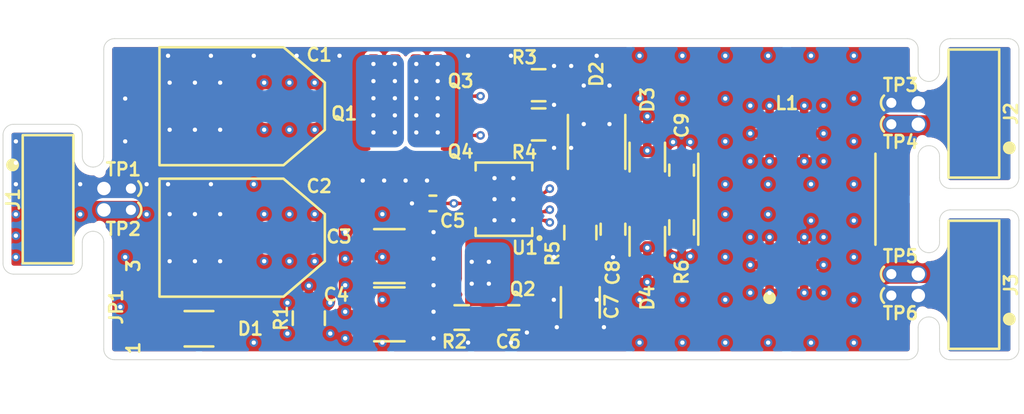
<source format=kicad_pcb>
(kicad_pcb (version 20241229) (generator "pcbnew") (generator_version "9.0")
  (layers (0 "F.Cu" signal) (4 "In1.Cu" power) (6 "In2.Cu" power) (2 "B.Cu" signal) (13 "F.Paste" user) (15 "B.Paste" user) (5 "F.SilkS" user "F.Silkscreen") (7 "B.SilkS" user "B.Silkscreen") (1 "F.Mask" user) (3 "B.Mask" user) (25 "Edge.Cuts" user))
  (net 0 "")
  (net 1 "/POWER_N")
  (net 2 "/BULK_OUT")
  (net 3 "GND")
  (net 4 "Net-(C2-Pad1)")
  (net 5 "/POWER_P")
  (net 6 "/LGATE1")
  (net 7 "/LGATE2")
  (net 8 "Net-(C7-Pad1)")
  (net 9 "/SCCP")
  (net 10 "Net-(C9-Pad1)")
  (net 11 "Net-(Q2-S)")
  (net 12 "Net-(Q3-S)")
  (net 13 "Net-(Q4-G)")
  (net 15 "/IN")
  (net 16 "/OUT")
  (net 17 "/STBY")
  (net 18 "/POWER_IN_P")
  (net 19 "/POWER_IN_N")
  (net 20 "Net-(JP2-A)")
  (net 21 "/OUT_SELECTED")
  (footprint "diode_footprints:SOD128" (layer "F.Cu") (at 160.016347 101.757369 90)
    (property "Reference" "D2")
    (property "Value" "58 V")
  )
  (footprint "mouse_bite_footprints:mouse-bite-midle-50mil-200mil" (layer "F.Cu") (at 179.705 100.076 -90)
    (property "Reference" "MB2" (hide yes))
    (property "Value" "mouse-bite-midle-50mil-200mil" (hide yes))
  )
  (footprint "transistor_footprints:SOT-323" (layer "F.Cu") (at 153.324837 101.371257 90)
    (property "Reference" "Q4")
    (property "Value" "100 V")
  )
  (footprint "resistor_footprints:R_0603_1608Metric" (layer "F.Cu") (at 152.021357 112.178147)
    (property "Reference" "R2")
    (property "Value" "100 Ω")
  )
  (footprint "test_point_footprints:TestPoint_THTPad_Castelated" (layer "F.Cu") (at 130.820677 104.523139)
    (property "Reference" "TP1")
    (property "Value" "TestPoint" (hide yes))
  )
  (footprint "test_point_footprints:TestPoint_THTPad_Castelated" (layer "F.Cu") (at 179.080477 110.871 180)
    (property "Reference" "TP6")
    (property "Value" "TestPoint" (hide yes))
  )
  (footprint "capacitor_footprints:C_1206_3216Metric" (layer "F.Cu") (at 159.052662 111.275177 -90)
    (property "Reference" "C7")
    (property "Value" "150 nF")
  )
  (footprint "test_point_footprints:TestPoint_THTPad_Castelated" (layer "F.Cu") (at 179.080477 99.441 180)
    (property "Reference" "TP3")
    (property "Value" "TestPoint" (hide yes))
  )
  (footprint "mouse_bite_footprints:mouse-bite-midle-50mil-200mil" (layer "F.Cu") (at 179.705 110.236 -90)
    (property "Reference" "MB3" (hide yes))
    (property "Value" "mouse-bite-midle-50mil-200mil" (hide yes))
  )
  (footprint "connector_footprints:FW-02-03-G-D-085-155" (layer "F.Cu") (at 182.372 100.076 180)
    (property "Reference" "J2")
    (property "Value" "FW-02-03-G-D-085-155")
  )
  (footprint "coupled_inductor_footprints:MSD1048" (layer "F.Cu") (at 171.289027 105.157369 90)
    (property "Reference" "L1")
    (property "Value" "68.0 µH")
  )
  (footprint "capacitor_footprints:C_0603_1608Metric" (layer "F.Cu") (at 160.987327 106.937369 -90)
    (property "Reference" "C8")
    (property "Value" "47 nF")
  )
  (footprint "no_components_footprints:Fiducial_0.5mm_Mask1mm" (layer "F.Cu") (at 177.8 96.901)
    (property "Reference" "FID2" (hide yes))
    (property "Value" "Fiducial")
  )
  (footprint "resistor_footprints:R_0805_2012Metric" (layer "F.Cu") (at 156.581582 100.721257)
    (property "Reference" "R4")
    (property "Value" "3.3 Ω")
  )
  (footprint "connector_footprints:FW-02-03-G-D-085-155" (layer "F.Cu") (at 127.508037 105.158139)
    (property "Reference" "J1")
    (property "Value" "FW-02-03-G-D-085-155")
  )
  (footprint "resistor_footprints:R_0805_2012Metric" (layer "F.Cu") (at 159.052662 107.137369 -90)
    (property "Reference" "R5")
    (property "Value" "40.2 Ω")
  )
  (footprint "capacitor_footprints:C_0603_1608Metric" (layer "F.Cu") (at 165.054447 103.432369 90)
    (property "Reference" "C9")
    (property "Value" "47 nF")
  )
  (footprint "connector_footprints:FW-02-03-G-D-085-155" (layer "F.Cu") (at 182.372 110.236 180)
    (property "Reference" "J3")
    (property "Value" "FW-02-03-G-D-085-155")
  )
  (footprint "capacitor_footprints:C_0402_1005Metric" (layer "F.Cu") (at 150.314957 105.406315 180)
    (property "Reference" "C5")
    (property "Value" "2.2 µF")
  )
  (footprint "resistor_footprints:R_0805_2012Metric" (layer "F.Cu") (at 142.962331 112.21547 90)
    (property "Reference" "R1")
    (property "Value" "3.3 Ω")
  )
  (footprint "no_components_footprints:Fiducial_0.5mm_Mask1mm" (layer "F.Cu") (at 177.8 113.411)
    (property "Reference" "FID3" (hide yes))
    (property "Value" "Fiducial")
  )
  (footprint "no_components_footprints:Fiducial_0.5mm_Mask1mm" (layer "F.Cu") (at 132.08 96.901)
    (property "Reference" "FID1" (hide yes))
    (property "Value" "Fiducial")
  )
  (footprint "mouse_bite_footprints:mouse-bite-midle-50mil-200mil" (layer "F.Cu") (at 130.175317 105.158139 90)
    (property "Reference" "MB1" (hide yes))
    (property "Value" "mouse-bite-midle-50mil-200mil" (hide yes))
  )
  (footprint "resistor_footprints:R_0805_2012Metric" (layer "F.Cu") (at 156.581582 98.393877)
    (property "Reference" "R3")
    (property "Value" "3.3 Ω")
  )
  (footprint "diode_footprints:SOD123W" (layer "F.Cu") (at 136.45388 112.84458)
    (property "Reference" "D1")
    (property "Value" "100.0 V")
  )
  (footprint "test_point_footprints:TestPoint_THTPad_Castelated" (layer "F.Cu") (at 130.820677 105.793139)
    (property "Reference" "TP2")
    (property "Value" "TestPoint" (hide yes))
  )
  (footprint "transistor_footprints:LFPAK33-8" (layer "F.Cu") (at 152.731357 109.521187)
    (property "Reference" "Q2")
    (property "Value" "100.0 V")
  )
  (footprint "test_point_footprints:TestPoint_THTPad_Castelated" (layer "F.Cu") (at 179.080477 100.711 180)
    (property "Reference" "TP4")
    (property "Value" "TestPoint" (hide yes))
  )
  (footprint "resistor_footprints:R_0603_1608Metric" (layer "F.Cu") (at 165.054447 106.832369 90)
    (property "Reference" "R6")
    (property "Value" "100 Ω")
  )
  (footprint "capacitor_footprints:C_1210_200_3225Metric" (layer "F.Cu") (at 147.735077 108.533755)
    (property "Reference" "C3")
    (property "Value" "4.7 µF")
  )
  (footprint "transistor_footprints:SOT-323" (layer "F.Cu") (at 153.324837 99.043877 90)
    (property "Reference" "Q3")
    (property "Value" "100 V")
  )
  (footprint "capacitor_footprints:C_023x0248_5_9x6_3Metric" (layer "F.Cu") (at 139.011977 107.439389 180)
    (property "Reference" "C2")
    (property "Value" "22 µF")
  )
  (footprint "solder_jumper_footprints:SolderJumper-3_P1.3mm_Bridged_1_2_RoundedPad1.0x1.5mm_NumberLabels" (layer "F.Cu") (at 133.06044 111.54458 90)
    (property "Reference" "JP1")
    (property "Value" "SolderJumper_3_Open")
  )
  (footprint "diode_footprints:SOD123W" (layer "F.Cu") (at 163.019947 102.657369 90)
    (property "Reference" "D3")
    (property "Value" "100.0 V")
  )
  (footprint "analog_devices_footprints:05-08-1695_ADI" (layer "F.Cu") (at 154.523757 105.156314 180)
    (property "Reference" "U1")
    (property "Value" "LTC9111RDE-PBF")
  )
  (footprint "test_point_footprints:TestPoint_THTPad_Castelated" (layer "F.Cu") (at 179.080477 109.601 180)
    (property "Reference" "TP5")
    (property "Value" "TestPoint" (hide yes))
  )
  (footprint "capacitor_footprints:C_1210_200_3225Metric" (layer "F.Cu") (at 147.735077 111.986885)
    (property "Reference" "C4")
    (property "Value" "4.7 µF")
  )
  (footprint "capacitor_footprints:C_023x0248_5_9x6_3Metric" (layer "F.Cu") (at 139.011977 99.639389 180)
    (property "Reference" "C1")
    (property "Value" "22 µF")
  )
  (footprint "diode_footprints:SOD123W" (layer "F.Cu") (at 163.019947 107.657369 -90)
    (property "Reference" "D4")
    (property "Value" "100.0 V")
  )
  (footprint "transistor_footprints:LFPAK56D-8" (layer "F.Cu") (at 148.695937 100.084135 90)
    (property "Reference" "Q1")
    (property "Value" "100 V")
  )
  (footprint "capacitor_footprints:C_0603_1608Metric" (layer "F.Cu") (at 155.109197 112.178147)
    (property "Reference" "C6")
    (property "Value" "22 nF")
  )
  (gr_line (start 129.54 101.346) (end 129.54 102.616) (stroke (width 0.05)) (layer "Edge.Cuts"))
  (gr_arc (start 131.445 114.681) (mid 130.995987 114.495013) (end 130.81 114.046) (stroke (width 0.05)) (layer "Edge.Cuts"))
  (gr_arc (start 180.975 104.521) (mid 180.525987 104.335013) (end 180.34 103.886) (stroke (width 0.05)) (layer "Edge.Cuts"))
  (gr_line (start 180.34 106.426) (end 180.34 107.696) (stroke (width 0.05)) (layer "Edge.Cuts"))
  (gr_line (start 185.039 114.046) (end 185.039 106.426) (stroke (width 0.05)) (layer "Edge.Cuts"))
  (gr_line (start 180.975 95.631) (end 184.404 95.631) (stroke (width 0.05)) (layer "Edge.Cuts"))
  (gr_line (start 131.445 95.631) (end 178.435 95.631) (stroke (width 0.05)) (layer "Edge.Cuts"))
  (gr_arc (start 125.476 109.601) (mid 125.026987 109.415013) (end 124.841 108.966) (stroke (width 0.05)) (layer "Edge.Cuts"))
  (gr_line (start 179.07 107.696) (end 179.07 102.616) (stroke (width 0.05)) (layer "Edge.Cuts"))
  (gr_arc (start 184.404 95.631) (mid 184.853013 95.816987) (end 185.039 96.266) (stroke (width 0.05)) (layer "Edge.Cuts"))
  (gr_line (start 179.07 97.536) (end 179.07 96.266) (stroke (width 0.05)) (layer "Edge.Cuts"))
  (gr_arc (start 129.54 107.696) (mid 129.725987 107.246987) (end 130.175 107.061) (stroke (width 0.05)) (layer "Edge.Cuts"))
  (gr_arc (start 179.07 112.776) (mid 179.255987 112.326987) (end 179.705 112.141) (stroke (width 0.05)) (layer "Edge.Cuts"))
  (gr_line (start 180.34 102.616) (end 180.34 103.886) (stroke (width 0.05)) (layer "Edge.Cuts"))
  (gr_line (start 129.54 108.966) (end 129.54 107.696) (stroke (width 0.05)) (layer "Edge.Cuts"))
  (gr_arc (start 124.841 101.346) (mid 125.026987 100.896987) (end 125.476 100.711) (stroke (width 0.05)) (layer "Edge.Cuts"))
  (gr_arc (start 179.705 98.171) (mid 179.255987 97.985013) (end 179.07 97.536) (stroke (width 0.05)) (layer "Edge.Cuts"))
  (gr_arc (start 180.34 107.696) (mid 180.154013 108.145013) (end 179.705 108.331) (stroke (width 0.05)) (layer "Edge.Cuts"))
  (gr_arc (start 185.039 114.046) (mid 184.853013 114.495013) (end 184.404 114.681) (stroke (width 0.05)) (layer "Edge.Cuts"))
  (gr_arc (start 184.404 105.791) (mid 184.853013 105.976987) (end 185.039 106.426) (stroke (width 0.05)) (layer "Edge.Cuts"))
  (gr_arc (start 128.905 100.711) (mid 129.354013 100.896987) (end 129.54 101.346) (stroke (width 0.05)) (layer "Edge.Cuts"))
  (gr_line (start 185.039 96.266) (end 185.039 103.886) (stroke (width 0.05)) (layer "Edge.Cuts"))
  (gr_line (start 184.404 105.791) (end 180.975 105.791) (stroke (width 0.05)) (layer "Edge.Cuts"))
  (gr_arc (start 129.54 108.966) (mid 129.354013 109.415013) (end 128.905 109.601) (stroke (width 0.05)) (layer "Edge.Cuts"))
  (gr_line (start 128.905 109.601) (end 125.476 109.601) (stroke (width 0.05)) (layer "Edge.Cuts"))
  (gr_line (start 178.435 114.681) (end 131.445 114.681) (stroke (width 0.05)) (layer "Edge.Cuts"))
  (gr_arc (start 180.34 96.266) (mid 180.525987 95.816987) (end 180.975 95.631) (stroke (width 0.05)) (layer "Edge.Cuts"))
  (gr_arc (start 130.81 102.616) (mid 130.624013 103.065013) (end 130.175 103.251) (stroke (width 0.05)) (layer "Edge.Cuts"))
  (gr_arc (start 130.175 103.251) (mid 129.725987 103.065013) (end 129.54 102.616) (stroke (width 0.05)) (layer "Edge.Cuts"))
  (gr_line (start 180.975 114.681) (end 184.404 114.681) (stroke (width 0.05)) (layer "Edge.Cuts"))
  (gr_arc (start 180.975 114.681) (mid 180.525987 114.495013) (end 180.34 114.046) (stroke (width 0.05)) (layer "Edge.Cuts"))
  (gr_arc (start 179.705 112.141) (mid 180.154013 112.326987) (end 180.34 112.776) (stroke (width 0.05)) (layer "Edge.Cuts"))
  (gr_arc (start 180.34 97.536) (mid 180.154013 97.985013) (end 179.705 98.171) (stroke (width 0.05)) (layer "Edge.Cuts"))
  (gr_line (start 125.476 100.711) (end 128.905 100.711) (stroke (width 0.05)) (layer "Edge.Cuts"))
  (gr_arc (start 180.34 106.426) (mid 180.525987 105.976987) (end 180.975 105.791) (stroke (width 0.05)) (layer "Edge.Cuts"))
  (gr_line (start 130.81 102.616) (end 130.81 96.266) (stroke (width 0.05)) (layer "Edge.Cuts"))
  (gr_line (start 179.07 112.776) (end 179.07 114.046) (stroke (width 0.05)) (layer "Edge.Cuts"))
  (gr_arc (start 185.039 103.886) (mid 184.853013 104.335013) (end 184.404 104.521) (stroke (width 0.05)) (layer "Edge.Cuts"))
  (gr_arc (start 179.705 101.981) (mid 180.154013 102.166987) (end 180.34 102.616) (stroke (width 0.05)) (layer "Edge.Cuts"))
  (gr_arc (start 179.07 102.616) (mid 179.255987 102.166987) (end 179.705 101.981) (stroke (width 0.05)) (layer "Edge.Cuts"))
  (gr_arc (start 130.175 107.061) (mid 130.624013 107.246987) (end 130.81 107.696) (stroke (width 0.05)) (layer "Edge.Cuts"))
  (gr_arc (start 179.705 108.331) (mid 179.255987 108.145013) (end 179.07 107.696) (stroke (width 0.05)) (layer "Edge.Cuts"))
  (gr_arc (start 179.07 114.046) (mid 178.884013 114.495013) (end 178.435 114.681) (stroke (width 0.05)) (layer "Edge.Cuts"))
  (gr_line (start 180.34 97.536) (end 180.34 96.266) (stroke (width 0.05)) (layer "Edge.Cuts"))
  (gr_line (start 124.841 108.966) (end 124.841 101.346) (stroke (width 0.05)) (layer "Edge.Cuts"))
  (gr_line (start 184.404 104.521) (end 180.975 104.521) (stroke (width 0.05)) (layer "Edge.Cuts"))
  (gr_arc (start 130.81 96.266) (mid 130.995987 95.816987) (end 131.445 95.631) (stroke (width 0.05)) (layer "Edge.Cuts"))
  (gr_line (start 130.81 107.696) (end 130.81 114.046) (stroke (width 0.05)) (layer "Edge.Cuts"))
  (gr_arc (start 178.435 95.631) (mid 178.884013 95.816987) (end 179.07 96.266) (stroke (width 0.05)) (layer "Edge.Cuts"))
  (gr_line (start 180.34 112.776) (end 180.34 114.046) (stroke (width 0.05)) (layer "Edge.Cuts"))
  (segment (start 157.114556 105.906316) (end 157.241557 105.779315) (width 0.1778) (layer "F.Cu") (net 1))
  (segment (start 155.971557 105.906316) (end 157.114556 105.906316) (width 0.1778) (layer "F.Cu") (net 1))
  (segment (start 152.374837 99.043877) (end 153.136837 99.043877) (width 0.1778) (layer "F.Cu") (net 1))
  (via (at 150.600937 100.182135) (size 0.508) (drill 0.254) (layers "F.Cu" "B.Cu") (net 1))
  (via (at 150.600937 101.198135) (size 0.508) (drill 0.254) (layers "F.Cu" "B.Cu") (net 1))
  (via (at 149.330937 101.198135) (size 0.508) (drill 0.254) (layers "F.Cu" "B.Cu") (net 1))
  (via (at 149.330937 97.134135) (size 0.508) (drill 0.254) (layers "F.Cu" "B.Cu") (net 1))
  (via (at 167.64 101.727) (size 0.508) (drill 0.254) (layers "F.Cu" "B.Cu") (net 1))
  (via (at 150.600937 97.134135) (size 0.508) (drill 0.254) (layers "F.Cu" "B.Cu") (net 1))
  (via (at 170.264027 99.606369) (size 0.508) (drill 0.254) (layers "F.Cu" "B.Cu") (net 1))
  (via (at 149.330937 98.150135) (size 0.508) (drill 0.254) (layers "F.Cu" "B.Cu") (net 1))
  (via (at 157.241557 105.779315) (size 0.508) (drill 0.254) (layers "F.Cu" "B.Cu") (net 1))
  (via (at 169.121027 99.606369) (size 0.508) (drill 0.254) (layers "F.Cu" "B.Cu") (net 1))
  (via (at 163.019947 100.241369) (size 0.508) (drill 0.254) (layers "F.Cu" "B.Cu") (net 1))
  (via (at 165.1 99.187) (size 0.508) (drill 0.254) (layers "F.Cu" "B.Cu") (net 1))
  (via (at 169.121027 101.257369) (size 0.508) (drill 0.254) (layers "F.Cu" "B.Cu") (net 1))
  (via (at 170.18 104.267) (size 0.508) (drill 0.254) (layers "F.Cu" "B.Cu") (net 1))
  (via (at 167.64 99.187) (size 0.508) (drill 0.254) (layers "F.Cu" "B.Cu") (net 1))
  (via (at 162.56 96.647) (size 0.508) (drill 0.254) (layers "F.Cu" "B.Cu") (net 1))
  (via (at 153.136837 99.043877) (size 0.508) (drill 0.254) (layers "F.Cu" "B.Cu") (net 1))
  (via (at 150.600937 99.166135) (size 0.508) (drill 0.254) (layers "F.Cu" "B.Cu") (net 1))
  (via (at 164.546447 101.768369) (size 0.508) (drill 0.254) (layers "F.Cu" "B.Cu") (net 1))
  (via (at 165.1 96.647) (size 0.508) (drill 0.254) (layers "F.Cu" "B.Cu") (net 1))
  (via (at 170.264027 102.908369) (size 0.508) (drill 0.254) (layers "F.Cu" "B.Cu") (net 1))
  (via (at 167.64 96.647) (size 0.508) (drill 0.254) (layers "F.Cu" "B.Cu") (net 1))
  (via (at 170.18 96.647) (size 0.508) (drill 0.254) (layers "F.Cu" "B.Cu") (net 1))
  (via (at 162.56 99.187) (size 0.508) (drill 0.254) (layers "F.Cu" "B.Cu") (net 1))
  (via (at 165.562447 101.768369) (size 0.508) (drill 0.254) (layers "F.Cu" "B.Cu") (net 1))
  (via (at 167.64 104.267) (size 0.508) (drill 0.254) (layers "F.Cu" "B.Cu") (net 1))
  (via (at 149.330937 100.182135) (size 0.508) (drill 0.254) (layers "F.Cu" "B.Cu") (net 1))
  (via (at 163.019947 102.273369) (size 0.508) (drill 0.254) (layers "F.Cu" "B.Cu") (net 1))
  (via (at 150.600937 98.150135) (size 0.508) (drill 0.254) (layers "F.Cu" "B.Cu") (net 1))
  (via (at 149.330937 99.166135) (size 0.508) (drill 0.254) (layers "F.Cu" "B.Cu") (net 1))
  (via (at 169.121027 102.908369) (size 0.508) (drill 0.254) (layers "F.Cu" "B.Cu") (net 1))
  (via (at 140.315977 108.836389) (size 0.508) (drill 0.254) (layers "F.Cu" "B.Cu") (net 2))
  (via (at 140.315977 101.036389) (size 0.508) (drill 0.254) (layers "F.Cu" "B.Cu") (net 2))
  (via (at 142.962331 110.28747) (size 0.508) (drill 0.254) (layers "F.Cu" "B.Cu") (net 2))
  (via (at 143.307976 101.036389) (size 0.508) (drill 0.254) (layers "F.Cu" "B.Cu") (net 2))
  (via (at 141.811977 106.042389) (size 0.508) (drill 0.254) (layers "F.Cu" "B.Cu") (net 2))
  (via (at 141.811977 101.036389) (size 0.508) (drill 0.254) (layers "F.Cu" "B.Cu") (net 2))
  (via (at 140.315977 106.042389) (size 0.508) (drill 0.254) (layers "F.Cu" "B.Cu") (net 2))
  (via (at 141.811977 98.242389) (size 0.508) (drill 0.254) (layers "F.Cu" "B.Cu") (net 2))
  (via (at 140.315977 98.242389) (size 0.508) (drill 0.254) (layers "F.Cu" "B.Cu") (net 2))
  (via (at 143.307976 106.042389) (size 0.508) (drill 0.254) (layers "F.Cu" "B.Cu") (net 2))
  (via (at 143.307976 108.836389) (size 0.508) (drill 0.254) (layers "F.Cu" "B.Cu") (net 2))
  (via (at 144.232331 111.30347) (size 0.508) (drill 0.254) (layers "F.Cu" "B.Cu") (net 2))
  (via (at 141.692331 111.30347) (size 0.508) (drill 0.254) (layers "F.Cu" "B.Cu") (net 2))
  (via (at 141.811977 108.836389) (size 0.508) (drill 0.254) (layers "F.Cu" "B.Cu") (net 2))
  (via (at 139.7 104.267) (size 0.508) (drill 0.254) (layers "F.Cu" "B.Cu") (net 2))
  (via (at 143.307976 98.242389) (size 0.508) (drill 0.254) (layers "F.Cu" "B.Cu") (net 2))
  (segment (start 155.884197 112.178147) (end 155.884197 113.067147) (width 0.1778) (layer "F.Cu") (net 3))
  (segment (start 149.834957 105.406315) (end 149.072957 105.406315) (width 0.1778) (layer "F.Cu") (net 3))
  (segment (start 159.052662 112.750177) (end 157.656662 112.750177) (width 0.1778) (layer "F.Cu") (net 3))
  (segment (start 160.987327 107.712369) (end 160.987327 108.601369) (width 0.1778) (layer "F.Cu") (net 3))
  (segment (start 159.052662 112.750177) (end 160.449662 112.750177) (width 0.1778) (layer "F.Cu") (net 3))
  (via (at 137.707976 106.042389) (size 0.508) (drill 0.254) (layers "F.Cu" "B.Cu") (net 3))
  (via (at 134.715977 106.042389) (size 0.508) (drill 0.254) (layers "F.Cu" "B.Cu") (net 3))
  (via (at 152.4 96.647) (size 0.508) (drill 0.254) (layers "F.Cu" "B.Cu") (net 3))
  (via (at 125.603 104.267) (size 0.508) (drill 0.254) (layers "F.Cu" "B.Cu") (net 3))
  (via (at 154.94 113.665) (size 0.508) (drill 0.254) (layers "F.Cu" "B.Cu") (net 3))
  (via (at 153.964957 103.906315) (size 0.508) (drill 0.254) (layers "F.Cu" "B.Cu") (net 3))
  (via (at 139.7 96.647) (size 0.508) (drill 0.254) (layers "F.Cu" "B.Cu") (net 3))
  (via (at 134.715977 98.242389) (size 0.508) (drill 0.254) (layers "F.Cu" "B.Cu") (net 3))
  (via (at 134.62 104.267) (size 0.508) (drill 0.254) (layers "F.Cu" "B.Cu") (net 3))
  (via (at 149.965938 104.050135) (size 0.508) (drill 0.254) (layers "F.Cu" "B.Cu") (net 3))
  (via (at 144.78 96.647) (size 0.508) (drill 0.254) (layers "F.Cu" "B.Cu") (net 3))
  (via (at 160.02 96.647) (size 0.508) (drill 0.254) (layers "F.Cu" "B.Cu") (net 3))
  (via (at 150.353077 113.409084) (size 0.508) (drill 0.254) (layers "F.Cu" "B.Cu") (net 3))
  (via (at 150.353077 107.111555) (size 0.508) (drill 0.254) (layers "F.Cu" "B.Cu") (net 3))
  (via (at 136.211977 98.242389) (size 0.508) (drill 0.254) (layers "F.Cu" "B.Cu") (net 3))
  (via (at 125.603 102.997) (size 0.508) (drill 0.254) (layers "F.Cu" "B.Cu") (net 3))
  (via (at 132.08 101.727) (size 0.508) (drill 0.254) (layers "F.Cu" "B.Cu") (net 3))
  (via (at 133.35 104.267) (size 0.508) (drill 0.254) (layers "F.Cu" "B.Cu") (net 3))
  (via (at 136.211977 108.836389) (size 0.508) (drill 0.254) (layers "F.Cu" "B.Cu") (net 3))
  (via (at 125.603 101.727) (size 0.508) (drill 0.254) (layers "F.Cu" "B.Cu") (net 3))
  (via (at 155.082557 103.906315) (size 0.508) (drill 0.254) (layers "F.Cu" "B.Cu") (net 3))
  (via (at 150.353077 110.260319) (size 0.508) (drill 0.254) (layers "F.Cu" "B.Cu") (net 3))
  (via (at 157.656662 112.750177) (size 0.508) (drill 0.254) (layers "F.Cu" "B.Cu") (net 3))
  (via (at 154.94 96.647) (size 0.508) (drill 0.254) (layers "F.Cu" "B.Cu") (net 3))
  (via (at 160.02 111.125) (size 0.508) (drill 0.254) (layers "F.Cu" "B.Cu") (net 3))
  (via (at 136.211977 101.036389) (size 0.508) (drill 0.254) (layers "F.Cu" "B.Cu") (net 3))
  (via (at 157.48 108.585) (size 0.508) (drill 0.254) (layers "F.Cu" "B.Cu") (net 3))
  (via (at 150.353077 108.685937) (size 0.508) (drill 0.254) (layers "F.Cu" "B.Cu") (net 3))
  (via (at 136.211977 106.042389) (size 0.508) (drill 0.254) (layers "F.Cu" "B.Cu") (net 3))
  (via (at 137.16 104.267) (size 0.508) (drill 0.254) (layers "F.Cu" "B.Cu") (net 3))
  (via (at 157.493582 99.557566) (size 0.508) (drill 0.254) (layers "F.Cu" "B.Cu") (net 3))
  (via (at 159.254347 98.414369) (size 0.508) (drill 0.254) (layers "F.Cu" "B.Cu") (net 3))
  (via (at 148.695938 104.050135) (size 0.508) (drill 0.254) (layers "F.Cu" "B.Cu") (net 3))
  (via (at 137.707976 101.036389) (size 0.508) (drill 0.254) (layers "F.Cu" "B.Cu") (net 3))
  (via (at 137.707976 98.242389) (size 0.508) (drill 0.254) (layers "F.Cu" "B.Cu") (net 3))
  (via (at 134.715977 101.036389) (size 0.508) (drill 0.254) (layers "F.Cu" "B.Cu") (net 3))
  (via (at 155.082557 106.406315) (size 0.508) (drill 0.254) (layers "F.Cu" "B.Cu") (net 3))
  (via (at 142.24 96.647) (size 0.508) (drill 0.254) (layers "F.Cu" "B.Cu") (net 3))
  (via (at 155.884197 113.067147) (size 0.508) (drill 0.254) (layers "F.Cu" "B.Cu") (net 3))
  (via (at 146.159185 104.050842) (size 0.508) (drill 0.254) (layers "F.Cu" "B.Cu") (net 3))
  (via (at 129.413 104.267) (size 0.508) (drill 0.254) (layers "F.Cu" "B.Cu") (net 3))
  (via (at 147.425938 104.050135) (size 0.508) (drill 0.254) (layers "F.Cu" "B.Cu") (net 3))
  (via (at 137.16 96.647) (size 0.508) (drill 0.254) (layers "F.Cu" "B.Cu") (net 3))
  (via (at 157.48 111.125) (size 0.508) (drill 0.254) (layers "F.Cu" "B.Cu") (net 3))
  (via (at 153.964957 105.156315) (size 0.508) (drill 0.254) (layers "F.Cu" "B.Cu") (net 3))
  (via (at 134.715977 108.836389) (size 0.508) (drill 0.254) (layers "F.Cu" "B.Cu") (net 3))
  (via (at 134.62 96.647) (size 0.508) (drill 0.254) (layers "F.Cu" "B.Cu") (net 3))
  (via (at 159.254347 100.700369) (size 0.508) (drill 0.254) (layers "F.Cu" "B.Cu") (net 3))
  (via (at 160.987327 108.601369) (size 0.508) (drill 0.254) (layers "F.Cu" "B.Cu") (net 3))
  (via (at 152.4 113.665) (size 0.508) (drill 0.254) (layers "F.Cu" "B.Cu") (net 3))
  (via (at 157.493582 97.250877) (size 0.508) (drill 0.254) (layers "F.Cu" "B.Cu") (net 3))
  (via (at 158.506477 102.110637) (size 0.508) (drill 0.254) (layers "F.Cu" "B.Cu") (net 3))
  (via (at 150.353077 111.834701) (size 0.508) (drill 0.254) (layers "F.Cu" "B.Cu") (net 3))
  (via (at 155.082557 105.156315) (size 0.508) (drill 0.254) (layers "F.Cu" "B.Cu") (net 3))
  (via (at 137.707976 108.836389) (size 0.508) (drill 0.254) (layers "F.Cu" "B.Cu") (net 3))
  (via (at 160.778347 98.414369) (size 0.508) (drill 0.254) (layers "F.Cu" "B.Cu") (net 3))
  (via (at 158.509582 97.250877) (size 0.508) (drill 0.254) (layers "F.Cu" "B.Cu") (net 3))
  (via (at 160.449662 112.750177) (size 0.508) (drill 0.254) (layers "F.Cu" "B.Cu") (net 3))
  (via (at 153.964957 106.406315) (size 0.508) (drill 0.254) (layers "F.Cu" "B.Cu") (net 3))
  (via (at 157.493582 102.110637) (size 0.508) (drill 0.254) (layers "F.Cu" "B.Cu") (net 3))
  (via (at 149.072957 105.406315) (size 0.508) (drill 0.254) (layers "F.Cu" "B.Cu") (net 3))
  (via (at 132.08 99.187) (size 0.508) (drill 0.254) (layers "F.Cu" "B.Cu") (net 3))
  (via (at 160.778347 100.700369) (size 0.508) (drill 0.254) (layers "F.Cu" "B.Cu") (net 3))
  (segment (start 165.054447 106.007369) (end 165.054447 104.207369) (width 0.1778) (layer "F.Cu") (net 4))
  (segment (start 152.374837 101.371257) (end 153.136837 101.371257) (width 0.1778) (layer "F.Cu") (net 5))
  (segment (start 155.971557 106.406315) (end 157.114557 106.406315) (width 0.1778) (layer "F.Cu") (net 5))
  (segment (start 157.114557 106.406315) (end 157.241557 106.533315) (width 0.1778) (layer "F.Cu") (net 5))
  (via (at 169.121027 110.708369) (size 0.508) (drill 0.254) (layers "F.Cu" "B.Cu") (net 5))
  (via (at 167.64 106.052139) (size 0.508) (drill 0.254) (layers "F.Cu" "B.Cu") (net 5))
  (via (at 167.64 113.665) (size 0.508) (drill 0.254) (layers "F.Cu" "B.Cu") (net 5))
  (via (at 163.019947 108.041369) (size 0.508) (drill 0.254) (layers "F.Cu" "B.Cu") (net 5))
  (via (at 170.264027 110.708369) (size 0.508) (drill 0.254) (layers "F.Cu" "B.Cu") (net 5))
  (via (at 167.64 111.125) (size 0.508) (drill 0.254) (layers "F.Cu" "B.Cu") (net 5))
  (via (at 170.18 106.052139) (size 0.508) (drill 0.254) (layers "F.Cu" "B.Cu") (net 5))
  (via (at 146.790937 100.182135) (size 0.508) (drill 0.254) (layers "F.Cu" "B.Cu") (net 5))
  (via (at 162.56 111.125) (size 0.508) (drill 0.254) (layers "F.Cu" "B.Cu") (net 5))
  (via (at 165.1 111.125) (size 0.508) (drill 0.254) (layers "F.Cu" "B.Cu") (net 5))
  (via (at 146.790937 98.150135) (size 0.508) (drill 0.254) (layers "F.Cu" "B.Cu") (net 5))
  (via (at 170.18 113.665) (size 0.508) (drill 0.254) (layers "F.Cu" "B.Cu") (net 5))
  (via (at 169.121027 109.057369) (size 0.508) (drill 0.254) (layers "F.Cu" "B.Cu") (net 5))
  (via (at 153.136837 101.371257) (size 0.508) (drill 0.254) (layers "F.Cu" "B.Cu") (net 5))
  (via (at 148.060937 98.150135) (size 0.508) (drill 0.254) (layers "F.Cu" "B.Cu") (net 5))
  (via (at 165.562447 108.546369) (size 0.508) (drill 0.254) (layers "F.Cu" "B.Cu") (net 5))
  (via (at 162.56 113.665) (size 0.508) (drill 0.254) (layers "F.Cu" "B.Cu") (net 5))
  (via (at 163.019947 110.073369) (size 0.508) (drill 0.254) (layers "F.Cu" "B.Cu") (net 5))
  (via (at 167.64 108.585) (size 0.508) (drill 0.254) (layers "F.Cu" "B.Cu") (net 5))
  (via (at 148.060937 97.134135) (size 0.508) (drill 0.254) (layers "F.Cu" "B.Cu") (net 5))
  (via (at 148.060937 100.182135) (size 0.508) (drill 0.254) (layers "F.Cu" "B.Cu") (net 5))
  (via (at 169.121027 107.406369) (size 0.508) (drill 0.254) (layers "F.Cu" "B.Cu") (net 5))
  (via (at 157.241557 106.533315) (size 0.508) (drill 0.254) (layers "F.Cu" "B.Cu") (net 5))
  (via (at 146.790937 99.166135) (size 0.508) (drill 0.254) (layers "F.Cu" "B.Cu") (net 5))
  (via (at 146.790937 97.134135) (size 0.508) (drill 0.254) (layers "F.Cu" "B.Cu") (net 5))
  (via (at 164.546447 108.546369) (size 0.508) (drill 0.254) (layers "F.Cu" "B.Cu") (net 5))
  (via (at 148.060937 101.198135) (size 0.508) (drill 0.254) (layers "F.Cu" "B.Cu") (net 5))
  (via (at 165.1 113.665) (size 0.508) (drill 0.254) (layers "F.Cu" "B.Cu") (net 5))
  (via (at 146.790937 101.198135) (size 0.508) (drill 0.254) (layers "F.Cu" "B.Cu") (net 5))
  (via (at 170.264027 107.406369) (size 0.508) (drill 0.254) (layers "F.Cu" "B.Cu") (net 5))
  (via (at 148.060937 99.166135) (size 0.508) (drill 0.254) (layers "F.Cu" "B.Cu") (net 5))
  (segment (start 148.273887 104.448727) (end 148.209727 104.384567) (width 0.1778) (layer "F.Cu") (net 6))
  (segment (start 151.234857 104.597517) (end 148.633097 104.597517) (width 0.1778) (layer "F.Cu") (net 6))
  (segment (start 151.605284 104.757524) (end 151.594067 104.746307) (width 0.1778) (layer "F.Cu") (net 6))
  (segment (start 148.060937 104.025357) (end 148.060937 102.780135) (width 0.1778) (layer "F.Cu") (net 6))
  (segment (start 153.075957 104.906314) (end 151.964494 104.906314) (width 0.1778) (layer "F.Cu") (net 6))
  (arc (start 148.633097 104.597517) (mid 148.438694 104.558848) (end 148.273887 104.448727) (width 0.1778) (layer "F.Cu") (net 6))
  (arc (start 151.964494 104.906314) (mid 151.770091 104.867645) (end 151.605284 104.757524) (width 0.1778) (layer "F.Cu") (net 6))
  (arc (start 151.234857 104.597517) (mid 151.42926 104.636186) (end 151.594067 104.746307) (width 0.1778) (layer "F.Cu") (net 6))
  (arc (start 148.060937 104.025357) (mid 148.099606 104.21976) (end 148.209727 104.384567) (width 0.1778) (layer "F.Cu") (net 6))
  (segment (start 153.075957 104.406313) (end 152.317208 104.406313) (width 0.1778) (layer "F.Cu") (net 7))
  (segment (start 151.729805 104.163003) (end 150.600937 103.034135) (width 0.1778) (layer "F.Cu") (net 7))
  (arc (start 152.317208 104.406313) (mid 151.999308 104.343079) (end 151.729805 104.163003) (width 0.1778) (layer "F.Cu") (net 7))
  (segment (start 159.052662 109.800177) (end 159.052662 108.049369) (width 0.1778) (layer "F.Cu") (net 8))
  (segment (start 153.655077 100.524057) (end 153.655077 101.191077) (width 0.1778) (layer "F.Cu") (net 9))
  (segment (start 153.238684 102.96413) (end 153.187549 103.015265) (width 0.1778) (layer "F.Cu") (net 9))
  (segment (start 154.274837 102.021257) (end 154.274837 102.392462) (width 0.1778) (layer "F.Cu") (net 9))
  (segment (start 154.274837 99.693877) (end 153.803867 100.164847) (width 0.1778) (layer "F.Cu") (net 9))
  (segment (start 154.163244 102.66187) (end 154.084169 102.740945) (width 0.1778) (layer "F.Cu") (net 9))
  (segment (start 153.075957 103.284672) (end 153.075957 103.906314) (width 0.1778) (layer "F.Cu") (net 9))
  (segment (start 153.803867 101.550287) (end 154.274837 102.021257) (width 0.1778) (layer "F.Cu") (net 9))
  (segment (start 153.814762 102.852537) (end 153.508092 102.852537) (width 0.1778) (layer "F.Cu") (net 9))
  (arc (start 153.508092 102.852537) (mid 153.362289 102.881539) (end 153.238684 102.96413) (width 0.1778) (layer "F.Cu") (net 9))
  (arc (start 153.803867 101.550287) (mid 153.693747 101.38548) (end 153.655077 101.191077) (width 0.1778) (layer "F.Cu") (net 9))
  (arc (start 154.274837 102.392462) (mid 154.245835 102.538265) (end 154.163244 102.66187) (width 0.1778) (layer "F.Cu") (net 9))
  (arc (start 153.187549 103.015265) (mid 153.104959 103.13887) (end 153.075957 103.284672) (width 0.1778) (layer "F.Cu") (net 9))
  (arc (start 154.084169 102.740945) (mid 153.960564 102.823535) (end 153.814762 102.852537) (width 0.1778) (layer "F.Cu") (net 9))
  (arc (start 153.655077 100.524057) (mid 153.693746 100.329654) (end 153.803867 100.164847) (width 0.1778) (layer "F.Cu") (net 9))
  (segment (start 152.846357 112.178147) (end 154.334197 112.178147) (width 0.1778) (layer "F.Cu") (net 10))
  (segment (start 154.274837 98.393877) (end 155.669582 98.393877) (width 0.1778) (layer "F.Cu") (net 11))
  (segment (start 154.274837 100.721257) (end 155.669582 100.721257) (width 0.1778) (layer "F.Cu") (net 12))
  (segment (start 152.654869 106.406315) (end 153.075957 106.406315) (width 0.1778) (layer "F.Cu") (net 13))
  (segment (start 151.196357 110.496187) (end 151.293757 110.496187) (width 0.1778) (layer "F.Cu") (net 13))
  (segment (start 152.155558 106.695206) (end 152.295659 106.555105) (width 0.1778) (layer "F.Cu") (net 13))
  (segment (start 151.944657 109.845287) (end 151.944657 107.204364) (width 0.1778) (layer "F.Cu") (net 13))
  (segment (start 151.196357 112.178147) (end 151.196357 110.496187) (width 0.1778) (layer "F.Cu") (net 13))
  (segment (start 151.652967 110.347397) (end 151.795867 110.204497) (width 0.1778) (layer "F.Cu") (net 13))
  (arc (start 152.155558 106.695206) (mid 151.999469 106.92881) (end 151.944657 107.204364) (width 0.1778) (layer "F.Cu") (net 13))
  (arc (start 151.652967 110.347397) (mid 151.48816 110.457517) (end 151.293757 110.496187) (width 0.1778) (layer "F.Cu") (net 13))
  (arc (start 152.295659 106.555105) (mid 152.460466 106.444985) (end 152.654869 106.406315) (width 0.1778) (layer "F.Cu") (net 13))
  (arc (start 151.795867 110.204497) (mid 151.905987 110.03969) (end 151.944657 109.845287) (width 0.1778) (layer "F.Cu") (net 13))
  (via (at 152.615357 108.871187) (size 0.508) (drill 0.254) (layers "F.Cu" "B.Cu") (net 15))
  (via (at 153.631357 110.171187) (size 0.508) (drill 0.254) (layers "F.Cu" "B.Cu") (net 15))
  (via (at 152.615357 110.171187) (size 0.508) (drill 0.254) (layers "F.Cu" "B.Cu") (net 15))
  (via (at 153.631357 108.871187) (size 0.508) (drill 0.254) (layers "F.Cu" "B.Cu") (net 15))
  (via (at 145.117077 110.260319) (size 0.508) (drill 0.254) (layers "F.Cu" "B.Cu") (net 16))
  (via (at 147.32 111.125) (size 0.508) (drill 0.254) (layers "F.Cu" "B.Cu") (net 16))
  (via (at 145.117077 111.834701) (size 0.508) (drill 0.254) (layers "F.Cu" "B.Cu") (net 16))
  (via (at 145.117077 108.685937) (size 0.508) (drill 0.254) (layers "F.Cu" "B.Cu") (net 16))
  (via (at 147.32 106.045) (size 0.508) (drill 0.254) (layers "F.Cu" "B.Cu") (net 16))
  (via (at 145.117077 107.111555) (size 0.508) (drill 0.254) (layers "F.Cu" "B.Cu") (net 16))
  (via (at 139.7 113.665) (size 0.508) (drill 0.254) (layers "F.Cu" "B.Cu") (net 16))
  (via (at 144.232331 113.12747) (size 0.508) (drill 0.254) (layers "F.Cu" "B.Cu") (net 16))
  (via (at 147.32 108.585) (size 0.508) (drill 0.254) (layers "F.Cu" "B.Cu") (net 16))
  (via (at 141.692331 113.12747) (size 0.508) (drill 0.254) (layers "F.Cu" "B.Cu") (net 16))
  (via (at 145.117077 113.409084) (size 0.508) (drill 0.254) (layers "F.Cu" "B.Cu") (net 16))
  (via (at 147.32 113.665) (size 0.508) (drill 0.254) (layers "F.Cu" "B.Cu") (net 16))
  (segment (start 151.556958 105.406314) (end 151.556957 105.406315) (width 0.1778) (layer "F.Cu") (net 17))
  (segment (start 155.971557 104.906315) (end 156.341068 104.906315) (width 0.1778) (layer "F.Cu") (net 17))
  (segment (start 150.794957 105.406315) (end 151.556957 105.406315) (width 0.1778) (layer "F.Cu") (net 17))
  (segment (start 153.075957 105.406314) (end 151.556958 105.406314) (width 0.1778) (layer "F.Cu") (net 17))
  (segment (start 151.683958 105.406314) (end 151.683957 105.406315) (width 0.1778) (layer "F.Cu") (net 17))
  (via (at 151.556957 105.406315) (size 0.508) (drill 0.254) (layers "F.Cu" "B.Cu") (net 17))
  (via (at 157.241557 104.533313) (size 0.508) (drill 0.254) (layers "F.Cu" "B.Cu") (net 17))
  (arc (start 156.341068 104.906315) (mid 156.828403 104.809378) (end 157.241557 104.533313) (width 0.1778) (layer "F.Cu") (net 17))
  (via (at 175.26 99.184138) (size 0.508) (drill 0.254) (layers "F.Cu" "B.Cu") (net 18))
  (via (at 172.324077 102.908369) (size 0.508) (drill 0.254) (layers "F.Cu" "B.Cu") (net 18))
  (via (at 172.72 104.264138) (size 0.508) (drill 0.254) (layers "F.Cu" "B.Cu") (net 18))
  (via (at 173.467077 99.606369) (size 0.508) (drill 0.254) (layers "F.Cu" "B.Cu") (net 18))
  (via (at 175.26 101.724138) (size 0.508) (drill 0.254) (layers "F.Cu" "B.Cu") (net 18))
  (via (at 172.72 96.644138) (size 0.508) (drill 0.254) (layers "F.Cu" "B.Cu") (net 18))
  (via (at 172.324077 99.606369) (size 0.508) (drill 0.254) (layers "F.Cu" "B.Cu") (net 18))
  (via (at 173.467077 102.908369) (size 0.508) (drill 0.254) (layers "F.Cu" "B.Cu") (net 18))
  (via (at 175.26 104.264138) (size 0.508) (drill 0.254) (layers "F.Cu" "B.Cu") (net 18))
  (via (at 175.26 96.644138) (size 0.508) (drill 0.254) (layers "F.Cu" "B.Cu") (net 18))
  (via (at 173.467077 101.257369) (size 0.508) (drill 0.254) (layers "F.Cu" "B.Cu") (net 18))
  (via (at 172.72 106.428139) (size 0.508) (drill 0.254) (layers "F.Cu" "B.Cu") (net 19))
  (via (at 173.467077 109.057369) (size 0.508) (drill 0.254) (layers "F.Cu" "B.Cu") (net 19))
  (via (at 173.467077 107.406369) (size 0.508) (drill 0.254) (layers "F.Cu" "B.Cu") (net 19))
  (via (at 172.324077 107.406369) (size 0.508) (drill 0.254) (layers "F.Cu" "B.Cu") (net 19))
  (via (at 175.26 106.428139) (size 0.508) (drill 0.254) (layers "F.Cu" "B.Cu") (net 19))
  (via (at 175.26 113.672139) (size 0.508) (drill 0.254) (layers "F.Cu" "B.Cu") (net 19))
  (via (at 175.26 111.132139) (size 0.508) (drill 0.254) (layers "F.Cu" "B.Cu") (net 19))
  (via (at 172.72 113.672139) (size 0.508) (drill 0.254) (layers "F.Cu" "B.Cu") (net 19))
  (via (at 172.324077 110.708369) (size 0.508) (drill 0.254) (layers "F.Cu" "B.Cu") (net 19))
  (via (at 175.26 108.592139) (size 0.508) (drill 0.254) (layers "F.Cu" "B.Cu") (net 19))
  (via (at 173.467077 110.708369) (size 0.508) (drill 0.254) (layers "F.Cu" "B.Cu") (net 19))
  (via (at 125.603 107.322139) (size 0.508) (drill 0.254) (layers "F.Cu" "B.Cu") (net 21))
  (via (at 131.79044 111.54458) (size 0.508) (drill 0.254) (layers "F.Cu" "B.Cu") (net 21))
  (via (at 125.603 108.592139) (size 0.508) (drill 0.254) (layers "F.Cu" "B.Cu") (net 21))
  (via (at 133.35 106.052139) (size 0.508) (drill 0.254) (layers "F.Cu" "B.Cu") (net 21))
  (via (at 129.413 106.052139) (size 0.508) (drill 0.254) (layers "F.Cu" "B.Cu") (net 21))
  (via (at 132.08 108.592139) (size 0.508) (drill 0.254) (layers "F.Cu" "B.Cu") (net 21))
  (via (at 125.603 106.052139) (size 0.508) (drill 0.254) (layers "F.Cu" "B.Cu") (net 21))
  (zone (net 15) (net_name "/IN") (layer "F.Cu") (priority 2) (connect_pads (clearance 0.2032)) (min_thickness 0.2032) (fill yes (thermal_gap 0.2032) (thermal_bridge_width 0.508) (smoothing fillet) (radius 0.508))
    (polygon (pts (xy 158.557277 102.870317) (xy 156.271277 105.156317) (xy 155.560077 105.156317) (xy 155.560077 107.010517) (xy 152.2222 107.010517) (xy 152.2222 114.681317) (xy 161.833877 114.681317) (xy 161.833877 108.356717) (xy 162.748277 107.442317) (xy 163.510277 107.442317) (xy 165.059677 105.892917) (xy 165.059677 104.445117) (xy 163.484877 102.870317)))
  )
  (zone (net 5) (net_name "/POWER_P") (layer "F.Cu") (priority 1) (connect_pads (clearance 0.2032)) (min_thickness 0.2032) (fill yes (thermal_gap 0.2032) (thermal_bridge_width 0.508) (smoothing fillet) (radius 0.508))
    (polygon (pts (xy 171.079477 105.308717) (xy 171.079477 114.681317) (xy 162.062477 114.681317) (xy 162.062477 105.308717)))
  )
  (zone (net 20) (net_name "Net-(JP2-A)") (layer "F.Cu") (priority 4) (connect_pads (clearance 0.2032)) (min_thickness 0.2032) (fill yes (thermal_gap 0.2032) (thermal_bridge_width 0.2032) (smoothing fillet) (radius 0.508))
    (polygon (pts (xy 130.81 114.681) (xy 136.3472 114.681) (xy 136.3472 112.3442) (xy 135.6868 111.6838) (xy 133.985 111.6838) (xy 133.985 112.2934) (xy 130.81 112.2934)))
  )
  (zone (net 1) (net_name "/POWER_N") (layer "F.Cu") (priority 1) (connect_pads (clearance 0.2032)) (min_thickness 0.2032) (fill yes (thermal_gap 0.2032) (thermal_bridge_width 0.508) (smoothing fillet) (radius 0.508))
    (polygon (pts (xy 171.104877 105.029317) (xy 171.104877 95.631317) (xy 162.062477 95.631317) (xy 162.062477 105.029317)))
  )
  (zone (net 3) (net_name "GND") (layer "F.Cu") (priority 3) (connect_pads (clearance 0.2032)) (min_thickness 0.2032) (fill yes (thermal_gap 0.2032) (thermal_bridge_width 0.508) (smoothing fillet) (radius 0.508))
    (polygon (pts (xy 148.016277 106.781917) (xy 150.607077 106.781917) (xy 150.607077 111.836517) (xy 151.673877 112.903317) (xy 151.673877 114.681317) (xy 148.016277 114.681317)))
  )
  (zone (net 16) (net_name "/OUT") (layer "F.Cu") (priority 2) (connect_pads (clearance 0.2032)) (min_thickness 0.2032) (fill yes (thermal_gap 0.2032) (thermal_bridge_width 0.508) (smoothing fillet) (radius 0.508))
    (polygon (pts (xy 153.553477 106.807317) (xy 152.588277 106.807317) (xy 151.673877 107.721717) (xy 151.673877 110.033117) (xy 150.835677 110.033117) (xy 150.835677 106.934317) (xy 150.454677 106.553317) (xy 148.168677 106.553317) (xy 147.813077 106.908917) (xy 147.813077 114.681317) (xy 136.5504 114.681099) (xy 136.5504 112.1918) (xy 135.8138 111.4552) (xy 133.985 111.4552) (xy 133.985 110.871) (xy 132.308819 110.871) (xy 132.308916 109.727924) (xy 138.424373 109.727265) (xy 140.689394 112.014) (xy 144.2974 112.014) (xy 144.7292 111.5822) (xy 144.7292 104.952861) (xy 151.597677 104.953117) (xy 152.181877 105.537317) (xy 153.553477 105.537317)))
  )
  (zone (net 3) (net_name "GND") (layers "F.Cu" "B.Cu" "In1.Cu" "In2.Cu") (connect_pads (clearance 0.2032)) (min_thickness 0.2032) (fill yes (thermal_gap 0.2032) (thermal_bridge_width 0.508) (smoothing fillet) (radius 0.508))
    (polygon (pts (xy 130.81 95.631161) (xy 185.038437 95.631307) (xy 185.038437 114.681298) (xy 130.81 114.681006) (xy 130.81 109.600999) (xy 124.840999 109.600999) (xy 124.840999 100.710958) (xy 130.81 100.71081)))
  )
  (zone (net 18) (net_name "/POWER_IN_P") (layers "F.Cu" "In1.Cu") (priority 1) (connect_pads (clearance 0.2032)) (min_thickness 0.2032) (fill yes (thermal_gap 0.2032) (thermal_bridge_width 0.508) (smoothing fillet) (radius 0.508))
    (polygon (pts (xy 171.4754 105.029) (xy 179.07 105.029) (xy 179.07 104.521317) (xy 185.038428 104.521317) (xy 185.037862 100.177917) (xy 179.07 100.177917) (xy 179.07 95.631317) (xy 171.4754 95.631317)))
  )
  (zone (net 2) (net_name "/BULK_OUT") (layers "F.Cu" "In1.Cu") (priority 6) (connect_pads (clearance 0.2032)) (min_thickness 0.2032) (fill yes (thermal_gap 0.2032) (thermal_bridge_width 0.508) (smoothing fillet) (radius 0.508))
    (polygon (pts (xy 144.526 111.444415) (xy 144.161573 111.811117) (xy 140.788906 111.811117) (xy 138.7094 109.718634) (xy 138.7094 97.790317) (xy 144.526 97.790317)))
  )
  (zone (net 19) (net_name "/POWER_IN_N") (layers "F.Cu" "In1.Cu") (priority 8) (connect_pads (clearance 0.2032)) (min_thickness 0.2032) (fill yes (thermal_gap 0.2032) (thermal_bridge_width 0.508) (smoothing fillet) (radius 0.508))
    (polygon (pts (xy 171.4754 105.3084) (xy 179.07 105.3084) (xy 179.07 105.79133) (xy 185.039 105.79133) (xy 185.039 110.13473) (xy 179.07 110.13473) (xy 179.07 114.68133) (xy 171.4754 114.68133)))
  )
  (zone (net 21) (net_name "/OUT_SELECTED") (layers "F.Cu" "In1.Cu") (priority 12) (connect_pads (clearance 0.2032)) (min_thickness 0.2032) (fill yes (thermal_gap 0.2032) (thermal_bridge_width 0.508) (smoothing fillet) (radius 0.508))
    (polygon (pts (xy 124.841 109.601) (xy 129.54 109.601) (xy 129.54 107.061) (xy 130.81 107.061) (xy 130.81 112.0394) (xy 133.8072 112.0394) (xy 133.8072 111.0488) (xy 132.08 111.0488) (xy 132.08 109.5248) (xy 133.8326 109.5248) (xy 133.8326 105.8418) (xy 133.2484 105.2576) (xy 124.841 105.2576)))
  )
  (zone (net 15) (net_name "/IN") (layer "B.Cu") (priority 11) (connect_pads (clearance 0.2032)) (min_thickness 0.25) (fill yes (thermal_gap 0.5) (thermal_bridge_width 0.5) (smoothing fillet) (radius 0.508))
    (polygon (pts (xy 154.899677 107.721717) (xy 154.899677 111.328517) (xy 152.207277 111.328517) (xy 152.207277 107.721717)))
  )
  (zone (net 1) (net_name "/POWER_N") (layer "B.Cu") (priority 10) (connect_pads (clearance 0.2032)) (min_thickness 0.25) (fill yes (thermal_gap 0.5) (thermal_bridge_width 0.5) (smoothing fillet) (radius 0.508))
    (polygon (pts (xy 151.623077 96.596517) (xy 148.803677 96.596517) (xy 148.803677 102.082917) (xy 151.623077 102.082917)))
  )
  (zone (net 5) (net_name "/POWER_P") (layer "B.Cu") (priority 10) (connect_pads (clearance 0.2032)) (min_thickness 0.25) (fill yes (thermal_gap 0.5) (thermal_bridge_width 0.5) (smoothing fillet) (radius 0.508))
    (polygon (pts (xy 148.600477 96.596517) (xy 145.755677 96.596517) (xy 145.755677 102.082917) (xy 148.600477 102.082917)))
  )
)
</source>
